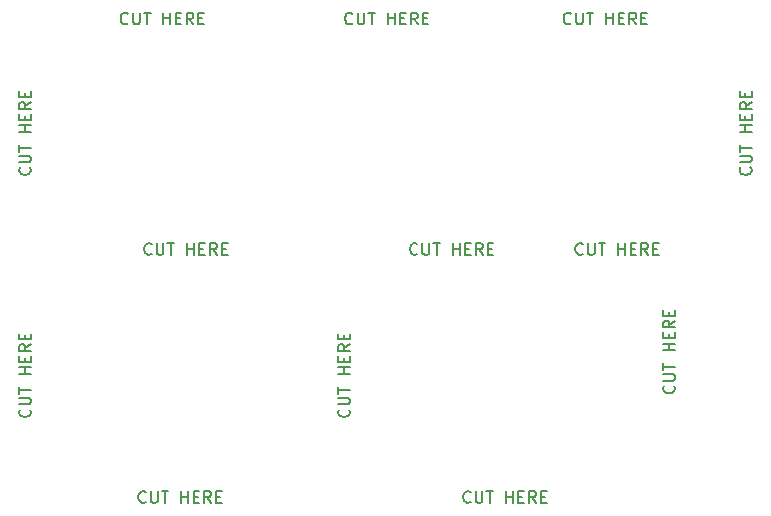
<source format=gbr>
G04 #@! TF.GenerationSoftware,KiCad,Pcbnew,(5.1.9)-1*
G04 #@! TF.CreationDate,2021-05-14T22:58:58-04:00*
G04 #@! TF.ProjectId,Scratch+Com Panelized,53637261-7463-4682-9b43-6f6d2050616e,rev?*
G04 #@! TF.SameCoordinates,Original*
G04 #@! TF.FileFunction,Other,Comment*
%FSLAX46Y46*%
G04 Gerber Fmt 4.6, Leading zero omitted, Abs format (unit mm)*
G04 Created by KiCad (PCBNEW (5.1.9)-1) date 2021-05-14 22:58:58*
%MOMM*%
%LPD*%
G01*
G04 APERTURE LIST*
%ADD10C,0.150000*%
G04 APERTURE END LIST*
D10*
X138595238Y-124357142D02*
X138547619Y-124404761D01*
X138404761Y-124452380D01*
X138309523Y-124452380D01*
X138166666Y-124404761D01*
X138071428Y-124309523D01*
X138023809Y-124214285D01*
X137976190Y-124023809D01*
X137976190Y-123880952D01*
X138023809Y-123690476D01*
X138071428Y-123595238D01*
X138166666Y-123500000D01*
X138309523Y-123452380D01*
X138404761Y-123452380D01*
X138547619Y-123500000D01*
X138595238Y-123547619D01*
X139023809Y-123452380D02*
X139023809Y-124261904D01*
X139071428Y-124357142D01*
X139119047Y-124404761D01*
X139214285Y-124452380D01*
X139404761Y-124452380D01*
X139500000Y-124404761D01*
X139547619Y-124357142D01*
X139595238Y-124261904D01*
X139595238Y-123452380D01*
X139928571Y-123452380D02*
X140500000Y-123452380D01*
X140214285Y-124452380D02*
X140214285Y-123452380D01*
X141595238Y-124452380D02*
X141595238Y-123452380D01*
X141595238Y-123928571D02*
X142166666Y-123928571D01*
X142166666Y-124452380D02*
X142166666Y-123452380D01*
X142642857Y-123928571D02*
X142976190Y-123928571D01*
X143119047Y-124452380D02*
X142642857Y-124452380D01*
X142642857Y-123452380D01*
X143119047Y-123452380D01*
X144119047Y-124452380D02*
X143785714Y-123976190D01*
X143547619Y-124452380D02*
X143547619Y-123452380D01*
X143928571Y-123452380D01*
X144023809Y-123500000D01*
X144071428Y-123547619D01*
X144119047Y-123642857D01*
X144119047Y-123785714D01*
X144071428Y-123880952D01*
X144023809Y-123928571D01*
X143928571Y-123976190D01*
X143547619Y-123976190D01*
X144547619Y-123928571D02*
X144880952Y-123928571D01*
X145023809Y-124452380D02*
X144547619Y-124452380D01*
X144547619Y-123452380D01*
X145023809Y-123452380D01*
X111095238Y-124357142D02*
X111047619Y-124404761D01*
X110904761Y-124452380D01*
X110809523Y-124452380D01*
X110666666Y-124404761D01*
X110571428Y-124309523D01*
X110523809Y-124214285D01*
X110476190Y-124023809D01*
X110476190Y-123880952D01*
X110523809Y-123690476D01*
X110571428Y-123595238D01*
X110666666Y-123500000D01*
X110809523Y-123452380D01*
X110904761Y-123452380D01*
X111047619Y-123500000D01*
X111095238Y-123547619D01*
X111523809Y-123452380D02*
X111523809Y-124261904D01*
X111571428Y-124357142D01*
X111619047Y-124404761D01*
X111714285Y-124452380D01*
X111904761Y-124452380D01*
X112000000Y-124404761D01*
X112047619Y-124357142D01*
X112095238Y-124261904D01*
X112095238Y-123452380D01*
X112428571Y-123452380D02*
X113000000Y-123452380D01*
X112714285Y-124452380D02*
X112714285Y-123452380D01*
X114095238Y-124452380D02*
X114095238Y-123452380D01*
X114095238Y-123928571D02*
X114666666Y-123928571D01*
X114666666Y-124452380D02*
X114666666Y-123452380D01*
X115142857Y-123928571D02*
X115476190Y-123928571D01*
X115619047Y-124452380D02*
X115142857Y-124452380D01*
X115142857Y-123452380D01*
X115619047Y-123452380D01*
X116619047Y-124452380D02*
X116285714Y-123976190D01*
X116047619Y-124452380D02*
X116047619Y-123452380D01*
X116428571Y-123452380D01*
X116523809Y-123500000D01*
X116571428Y-123547619D01*
X116619047Y-123642857D01*
X116619047Y-123785714D01*
X116571428Y-123880952D01*
X116523809Y-123928571D01*
X116428571Y-123976190D01*
X116047619Y-123976190D01*
X117047619Y-123928571D02*
X117380952Y-123928571D01*
X117523809Y-124452380D02*
X117047619Y-124452380D01*
X117047619Y-123452380D01*
X117523809Y-123452380D01*
X111595238Y-103357142D02*
X111547619Y-103404761D01*
X111404761Y-103452380D01*
X111309523Y-103452380D01*
X111166666Y-103404761D01*
X111071428Y-103309523D01*
X111023809Y-103214285D01*
X110976190Y-103023809D01*
X110976190Y-102880952D01*
X111023809Y-102690476D01*
X111071428Y-102595238D01*
X111166666Y-102500000D01*
X111309523Y-102452380D01*
X111404761Y-102452380D01*
X111547619Y-102500000D01*
X111595238Y-102547619D01*
X112023809Y-102452380D02*
X112023809Y-103261904D01*
X112071428Y-103357142D01*
X112119047Y-103404761D01*
X112214285Y-103452380D01*
X112404761Y-103452380D01*
X112500000Y-103404761D01*
X112547619Y-103357142D01*
X112595238Y-103261904D01*
X112595238Y-102452380D01*
X112928571Y-102452380D02*
X113500000Y-102452380D01*
X113214285Y-103452380D02*
X113214285Y-102452380D01*
X114595238Y-103452380D02*
X114595238Y-102452380D01*
X114595238Y-102928571D02*
X115166666Y-102928571D01*
X115166666Y-103452380D02*
X115166666Y-102452380D01*
X115642857Y-102928571D02*
X115976190Y-102928571D01*
X116119047Y-103452380D02*
X115642857Y-103452380D01*
X115642857Y-102452380D01*
X116119047Y-102452380D01*
X117119047Y-103452380D02*
X116785714Y-102976190D01*
X116547619Y-103452380D02*
X116547619Y-102452380D01*
X116928571Y-102452380D01*
X117023809Y-102500000D01*
X117071428Y-102547619D01*
X117119047Y-102642857D01*
X117119047Y-102785714D01*
X117071428Y-102880952D01*
X117023809Y-102928571D01*
X116928571Y-102976190D01*
X116547619Y-102976190D01*
X117547619Y-102928571D02*
X117880952Y-102928571D01*
X118023809Y-103452380D02*
X117547619Y-103452380D01*
X117547619Y-102452380D01*
X118023809Y-102452380D01*
X128287142Y-116554761D02*
X128334761Y-116602380D01*
X128382380Y-116745238D01*
X128382380Y-116840476D01*
X128334761Y-116983333D01*
X128239523Y-117078571D01*
X128144285Y-117126190D01*
X127953809Y-117173809D01*
X127810952Y-117173809D01*
X127620476Y-117126190D01*
X127525238Y-117078571D01*
X127430000Y-116983333D01*
X127382380Y-116840476D01*
X127382380Y-116745238D01*
X127430000Y-116602380D01*
X127477619Y-116554761D01*
X127382380Y-116126190D02*
X128191904Y-116126190D01*
X128287142Y-116078571D01*
X128334761Y-116030952D01*
X128382380Y-115935714D01*
X128382380Y-115745238D01*
X128334761Y-115650000D01*
X128287142Y-115602380D01*
X128191904Y-115554761D01*
X127382380Y-115554761D01*
X127382380Y-115221428D02*
X127382380Y-114650000D01*
X128382380Y-114935714D02*
X127382380Y-114935714D01*
X128382380Y-113554761D02*
X127382380Y-113554761D01*
X127858571Y-113554761D02*
X127858571Y-112983333D01*
X128382380Y-112983333D02*
X127382380Y-112983333D01*
X127858571Y-112507142D02*
X127858571Y-112173809D01*
X128382380Y-112030952D02*
X128382380Y-112507142D01*
X127382380Y-112507142D01*
X127382380Y-112030952D01*
X128382380Y-111030952D02*
X127906190Y-111364285D01*
X128382380Y-111602380D02*
X127382380Y-111602380D01*
X127382380Y-111221428D01*
X127430000Y-111126190D01*
X127477619Y-111078571D01*
X127572857Y-111030952D01*
X127715714Y-111030952D01*
X127810952Y-111078571D01*
X127858571Y-111126190D01*
X127906190Y-111221428D01*
X127906190Y-111602380D01*
X127858571Y-110602380D02*
X127858571Y-110269047D01*
X128382380Y-110126190D02*
X128382380Y-110602380D01*
X127382380Y-110602380D01*
X127382380Y-110126190D01*
X101287142Y-116554761D02*
X101334761Y-116602380D01*
X101382380Y-116745238D01*
X101382380Y-116840476D01*
X101334761Y-116983333D01*
X101239523Y-117078571D01*
X101144285Y-117126190D01*
X100953809Y-117173809D01*
X100810952Y-117173809D01*
X100620476Y-117126190D01*
X100525238Y-117078571D01*
X100430000Y-116983333D01*
X100382380Y-116840476D01*
X100382380Y-116745238D01*
X100430000Y-116602380D01*
X100477619Y-116554761D01*
X100382380Y-116126190D02*
X101191904Y-116126190D01*
X101287142Y-116078571D01*
X101334761Y-116030952D01*
X101382380Y-115935714D01*
X101382380Y-115745238D01*
X101334761Y-115650000D01*
X101287142Y-115602380D01*
X101191904Y-115554761D01*
X100382380Y-115554761D01*
X100382380Y-115221428D02*
X100382380Y-114650000D01*
X101382380Y-114935714D02*
X100382380Y-114935714D01*
X101382380Y-113554761D02*
X100382380Y-113554761D01*
X100858571Y-113554761D02*
X100858571Y-112983333D01*
X101382380Y-112983333D02*
X100382380Y-112983333D01*
X100858571Y-112507142D02*
X100858571Y-112173809D01*
X101382380Y-112030952D02*
X101382380Y-112507142D01*
X100382380Y-112507142D01*
X100382380Y-112030952D01*
X101382380Y-111030952D02*
X100906190Y-111364285D01*
X101382380Y-111602380D02*
X100382380Y-111602380D01*
X100382380Y-111221428D01*
X100430000Y-111126190D01*
X100477619Y-111078571D01*
X100572857Y-111030952D01*
X100715714Y-111030952D01*
X100810952Y-111078571D01*
X100858571Y-111126190D01*
X100906190Y-111221428D01*
X100906190Y-111602380D01*
X100858571Y-110602380D02*
X100858571Y-110269047D01*
X101382380Y-110126190D02*
X101382380Y-110602380D01*
X100382380Y-110602380D01*
X100382380Y-110126190D01*
X101287142Y-96054761D02*
X101334761Y-96102380D01*
X101382380Y-96245238D01*
X101382380Y-96340476D01*
X101334761Y-96483333D01*
X101239523Y-96578571D01*
X101144285Y-96626190D01*
X100953809Y-96673809D01*
X100810952Y-96673809D01*
X100620476Y-96626190D01*
X100525238Y-96578571D01*
X100430000Y-96483333D01*
X100382380Y-96340476D01*
X100382380Y-96245238D01*
X100430000Y-96102380D01*
X100477619Y-96054761D01*
X100382380Y-95626190D02*
X101191904Y-95626190D01*
X101287142Y-95578571D01*
X101334761Y-95530952D01*
X101382380Y-95435714D01*
X101382380Y-95245238D01*
X101334761Y-95150000D01*
X101287142Y-95102380D01*
X101191904Y-95054761D01*
X100382380Y-95054761D01*
X100382380Y-94721428D02*
X100382380Y-94150000D01*
X101382380Y-94435714D02*
X100382380Y-94435714D01*
X101382380Y-93054761D02*
X100382380Y-93054761D01*
X100858571Y-93054761D02*
X100858571Y-92483333D01*
X101382380Y-92483333D02*
X100382380Y-92483333D01*
X100858571Y-92007142D02*
X100858571Y-91673809D01*
X101382380Y-91530952D02*
X101382380Y-92007142D01*
X100382380Y-92007142D01*
X100382380Y-91530952D01*
X101382380Y-90530952D02*
X100906190Y-90864285D01*
X101382380Y-91102380D02*
X100382380Y-91102380D01*
X100382380Y-90721428D01*
X100430000Y-90626190D01*
X100477619Y-90578571D01*
X100572857Y-90530952D01*
X100715714Y-90530952D01*
X100810952Y-90578571D01*
X100858571Y-90626190D01*
X100906190Y-90721428D01*
X100906190Y-91102380D01*
X100858571Y-90102380D02*
X100858571Y-89769047D01*
X101382380Y-89626190D02*
X101382380Y-90102380D01*
X100382380Y-90102380D01*
X100382380Y-89626190D01*
X109595238Y-83857142D02*
X109547619Y-83904761D01*
X109404761Y-83952380D01*
X109309523Y-83952380D01*
X109166666Y-83904761D01*
X109071428Y-83809523D01*
X109023809Y-83714285D01*
X108976190Y-83523809D01*
X108976190Y-83380952D01*
X109023809Y-83190476D01*
X109071428Y-83095238D01*
X109166666Y-83000000D01*
X109309523Y-82952380D01*
X109404761Y-82952380D01*
X109547619Y-83000000D01*
X109595238Y-83047619D01*
X110023809Y-82952380D02*
X110023809Y-83761904D01*
X110071428Y-83857142D01*
X110119047Y-83904761D01*
X110214285Y-83952380D01*
X110404761Y-83952380D01*
X110500000Y-83904761D01*
X110547619Y-83857142D01*
X110595238Y-83761904D01*
X110595238Y-82952380D01*
X110928571Y-82952380D02*
X111500000Y-82952380D01*
X111214285Y-83952380D02*
X111214285Y-82952380D01*
X112595238Y-83952380D02*
X112595238Y-82952380D01*
X112595238Y-83428571D02*
X113166666Y-83428571D01*
X113166666Y-83952380D02*
X113166666Y-82952380D01*
X113642857Y-83428571D02*
X113976190Y-83428571D01*
X114119047Y-83952380D02*
X113642857Y-83952380D01*
X113642857Y-82952380D01*
X114119047Y-82952380D01*
X115119047Y-83952380D02*
X114785714Y-83476190D01*
X114547619Y-83952380D02*
X114547619Y-82952380D01*
X114928571Y-82952380D01*
X115023809Y-83000000D01*
X115071428Y-83047619D01*
X115119047Y-83142857D01*
X115119047Y-83285714D01*
X115071428Y-83380952D01*
X115023809Y-83428571D01*
X114928571Y-83476190D01*
X114547619Y-83476190D01*
X115547619Y-83428571D02*
X115880952Y-83428571D01*
X116023809Y-83952380D02*
X115547619Y-83952380D01*
X115547619Y-82952380D01*
X116023809Y-82952380D01*
X128595238Y-83857142D02*
X128547619Y-83904761D01*
X128404761Y-83952380D01*
X128309523Y-83952380D01*
X128166666Y-83904761D01*
X128071428Y-83809523D01*
X128023809Y-83714285D01*
X127976190Y-83523809D01*
X127976190Y-83380952D01*
X128023809Y-83190476D01*
X128071428Y-83095238D01*
X128166666Y-83000000D01*
X128309523Y-82952380D01*
X128404761Y-82952380D01*
X128547619Y-83000000D01*
X128595238Y-83047619D01*
X129023809Y-82952380D02*
X129023809Y-83761904D01*
X129071428Y-83857142D01*
X129119047Y-83904761D01*
X129214285Y-83952380D01*
X129404761Y-83952380D01*
X129500000Y-83904761D01*
X129547619Y-83857142D01*
X129595238Y-83761904D01*
X129595238Y-82952380D01*
X129928571Y-82952380D02*
X130500000Y-82952380D01*
X130214285Y-83952380D02*
X130214285Y-82952380D01*
X131595238Y-83952380D02*
X131595238Y-82952380D01*
X131595238Y-83428571D02*
X132166666Y-83428571D01*
X132166666Y-83952380D02*
X132166666Y-82952380D01*
X132642857Y-83428571D02*
X132976190Y-83428571D01*
X133119047Y-83952380D02*
X132642857Y-83952380D01*
X132642857Y-82952380D01*
X133119047Y-82952380D01*
X134119047Y-83952380D02*
X133785714Y-83476190D01*
X133547619Y-83952380D02*
X133547619Y-82952380D01*
X133928571Y-82952380D01*
X134023809Y-83000000D01*
X134071428Y-83047619D01*
X134119047Y-83142857D01*
X134119047Y-83285714D01*
X134071428Y-83380952D01*
X134023809Y-83428571D01*
X133928571Y-83476190D01*
X133547619Y-83476190D01*
X134547619Y-83428571D02*
X134880952Y-83428571D01*
X135023809Y-83952380D02*
X134547619Y-83952380D01*
X134547619Y-82952380D01*
X135023809Y-82952380D01*
X147095238Y-83857142D02*
X147047619Y-83904761D01*
X146904761Y-83952380D01*
X146809523Y-83952380D01*
X146666666Y-83904761D01*
X146571428Y-83809523D01*
X146523809Y-83714285D01*
X146476190Y-83523809D01*
X146476190Y-83380952D01*
X146523809Y-83190476D01*
X146571428Y-83095238D01*
X146666666Y-83000000D01*
X146809523Y-82952380D01*
X146904761Y-82952380D01*
X147047619Y-83000000D01*
X147095238Y-83047619D01*
X147523809Y-82952380D02*
X147523809Y-83761904D01*
X147571428Y-83857142D01*
X147619047Y-83904761D01*
X147714285Y-83952380D01*
X147904761Y-83952380D01*
X148000000Y-83904761D01*
X148047619Y-83857142D01*
X148095238Y-83761904D01*
X148095238Y-82952380D01*
X148428571Y-82952380D02*
X149000000Y-82952380D01*
X148714285Y-83952380D02*
X148714285Y-82952380D01*
X150095238Y-83952380D02*
X150095238Y-82952380D01*
X150095238Y-83428571D02*
X150666666Y-83428571D01*
X150666666Y-83952380D02*
X150666666Y-82952380D01*
X151142857Y-83428571D02*
X151476190Y-83428571D01*
X151619047Y-83952380D02*
X151142857Y-83952380D01*
X151142857Y-82952380D01*
X151619047Y-82952380D01*
X152619047Y-83952380D02*
X152285714Y-83476190D01*
X152047619Y-83952380D02*
X152047619Y-82952380D01*
X152428571Y-82952380D01*
X152523809Y-83000000D01*
X152571428Y-83047619D01*
X152619047Y-83142857D01*
X152619047Y-83285714D01*
X152571428Y-83380952D01*
X152523809Y-83428571D01*
X152428571Y-83476190D01*
X152047619Y-83476190D01*
X153047619Y-83428571D02*
X153380952Y-83428571D01*
X153523809Y-83952380D02*
X153047619Y-83952380D01*
X153047619Y-82952380D01*
X153523809Y-82952380D01*
X162287142Y-96054761D02*
X162334761Y-96102380D01*
X162382380Y-96245238D01*
X162382380Y-96340476D01*
X162334761Y-96483333D01*
X162239523Y-96578571D01*
X162144285Y-96626190D01*
X161953809Y-96673809D01*
X161810952Y-96673809D01*
X161620476Y-96626190D01*
X161525238Y-96578571D01*
X161430000Y-96483333D01*
X161382380Y-96340476D01*
X161382380Y-96245238D01*
X161430000Y-96102380D01*
X161477619Y-96054761D01*
X161382380Y-95626190D02*
X162191904Y-95626190D01*
X162287142Y-95578571D01*
X162334761Y-95530952D01*
X162382380Y-95435714D01*
X162382380Y-95245238D01*
X162334761Y-95150000D01*
X162287142Y-95102380D01*
X162191904Y-95054761D01*
X161382380Y-95054761D01*
X161382380Y-94721428D02*
X161382380Y-94150000D01*
X162382380Y-94435714D02*
X161382380Y-94435714D01*
X162382380Y-93054761D02*
X161382380Y-93054761D01*
X161858571Y-93054761D02*
X161858571Y-92483333D01*
X162382380Y-92483333D02*
X161382380Y-92483333D01*
X161858571Y-92007142D02*
X161858571Y-91673809D01*
X162382380Y-91530952D02*
X162382380Y-92007142D01*
X161382380Y-92007142D01*
X161382380Y-91530952D01*
X162382380Y-90530952D02*
X161906190Y-90864285D01*
X162382380Y-91102380D02*
X161382380Y-91102380D01*
X161382380Y-90721428D01*
X161430000Y-90626190D01*
X161477619Y-90578571D01*
X161572857Y-90530952D01*
X161715714Y-90530952D01*
X161810952Y-90578571D01*
X161858571Y-90626190D01*
X161906190Y-90721428D01*
X161906190Y-91102380D01*
X161858571Y-90102380D02*
X161858571Y-89769047D01*
X162382380Y-89626190D02*
X162382380Y-90102380D01*
X161382380Y-90102380D01*
X161382380Y-89626190D01*
X155787142Y-114554761D02*
X155834761Y-114602380D01*
X155882380Y-114745238D01*
X155882380Y-114840476D01*
X155834761Y-114983333D01*
X155739523Y-115078571D01*
X155644285Y-115126190D01*
X155453809Y-115173809D01*
X155310952Y-115173809D01*
X155120476Y-115126190D01*
X155025238Y-115078571D01*
X154930000Y-114983333D01*
X154882380Y-114840476D01*
X154882380Y-114745238D01*
X154930000Y-114602380D01*
X154977619Y-114554761D01*
X154882380Y-114126190D02*
X155691904Y-114126190D01*
X155787142Y-114078571D01*
X155834761Y-114030952D01*
X155882380Y-113935714D01*
X155882380Y-113745238D01*
X155834761Y-113650000D01*
X155787142Y-113602380D01*
X155691904Y-113554761D01*
X154882380Y-113554761D01*
X154882380Y-113221428D02*
X154882380Y-112650000D01*
X155882380Y-112935714D02*
X154882380Y-112935714D01*
X155882380Y-111554761D02*
X154882380Y-111554761D01*
X155358571Y-111554761D02*
X155358571Y-110983333D01*
X155882380Y-110983333D02*
X154882380Y-110983333D01*
X155358571Y-110507142D02*
X155358571Y-110173809D01*
X155882380Y-110030952D02*
X155882380Y-110507142D01*
X154882380Y-110507142D01*
X154882380Y-110030952D01*
X155882380Y-109030952D02*
X155406190Y-109364285D01*
X155882380Y-109602380D02*
X154882380Y-109602380D01*
X154882380Y-109221428D01*
X154930000Y-109126190D01*
X154977619Y-109078571D01*
X155072857Y-109030952D01*
X155215714Y-109030952D01*
X155310952Y-109078571D01*
X155358571Y-109126190D01*
X155406190Y-109221428D01*
X155406190Y-109602380D01*
X155358571Y-108602380D02*
X155358571Y-108269047D01*
X155882380Y-108126190D02*
X155882380Y-108602380D01*
X154882380Y-108602380D01*
X154882380Y-108126190D01*
X148095238Y-103357142D02*
X148047619Y-103404761D01*
X147904761Y-103452380D01*
X147809523Y-103452380D01*
X147666666Y-103404761D01*
X147571428Y-103309523D01*
X147523809Y-103214285D01*
X147476190Y-103023809D01*
X147476190Y-102880952D01*
X147523809Y-102690476D01*
X147571428Y-102595238D01*
X147666666Y-102500000D01*
X147809523Y-102452380D01*
X147904761Y-102452380D01*
X148047619Y-102500000D01*
X148095238Y-102547619D01*
X148523809Y-102452380D02*
X148523809Y-103261904D01*
X148571428Y-103357142D01*
X148619047Y-103404761D01*
X148714285Y-103452380D01*
X148904761Y-103452380D01*
X149000000Y-103404761D01*
X149047619Y-103357142D01*
X149095238Y-103261904D01*
X149095238Y-102452380D01*
X149428571Y-102452380D02*
X150000000Y-102452380D01*
X149714285Y-103452380D02*
X149714285Y-102452380D01*
X151095238Y-103452380D02*
X151095238Y-102452380D01*
X151095238Y-102928571D02*
X151666666Y-102928571D01*
X151666666Y-103452380D02*
X151666666Y-102452380D01*
X152142857Y-102928571D02*
X152476190Y-102928571D01*
X152619047Y-103452380D02*
X152142857Y-103452380D01*
X152142857Y-102452380D01*
X152619047Y-102452380D01*
X153619047Y-103452380D02*
X153285714Y-102976190D01*
X153047619Y-103452380D02*
X153047619Y-102452380D01*
X153428571Y-102452380D01*
X153523809Y-102500000D01*
X153571428Y-102547619D01*
X153619047Y-102642857D01*
X153619047Y-102785714D01*
X153571428Y-102880952D01*
X153523809Y-102928571D01*
X153428571Y-102976190D01*
X153047619Y-102976190D01*
X154047619Y-102928571D02*
X154380952Y-102928571D01*
X154523809Y-103452380D02*
X154047619Y-103452380D01*
X154047619Y-102452380D01*
X154523809Y-102452380D01*
X134095238Y-103357142D02*
X134047619Y-103404761D01*
X133904761Y-103452380D01*
X133809523Y-103452380D01*
X133666666Y-103404761D01*
X133571428Y-103309523D01*
X133523809Y-103214285D01*
X133476190Y-103023809D01*
X133476190Y-102880952D01*
X133523809Y-102690476D01*
X133571428Y-102595238D01*
X133666666Y-102500000D01*
X133809523Y-102452380D01*
X133904761Y-102452380D01*
X134047619Y-102500000D01*
X134095238Y-102547619D01*
X134523809Y-102452380D02*
X134523809Y-103261904D01*
X134571428Y-103357142D01*
X134619047Y-103404761D01*
X134714285Y-103452380D01*
X134904761Y-103452380D01*
X135000000Y-103404761D01*
X135047619Y-103357142D01*
X135095238Y-103261904D01*
X135095238Y-102452380D01*
X135428571Y-102452380D02*
X136000000Y-102452380D01*
X135714285Y-103452380D02*
X135714285Y-102452380D01*
X137095238Y-103452380D02*
X137095238Y-102452380D01*
X137095238Y-102928571D02*
X137666666Y-102928571D01*
X137666666Y-103452380D02*
X137666666Y-102452380D01*
X138142857Y-102928571D02*
X138476190Y-102928571D01*
X138619047Y-103452380D02*
X138142857Y-103452380D01*
X138142857Y-102452380D01*
X138619047Y-102452380D01*
X139619047Y-103452380D02*
X139285714Y-102976190D01*
X139047619Y-103452380D02*
X139047619Y-102452380D01*
X139428571Y-102452380D01*
X139523809Y-102500000D01*
X139571428Y-102547619D01*
X139619047Y-102642857D01*
X139619047Y-102785714D01*
X139571428Y-102880952D01*
X139523809Y-102928571D01*
X139428571Y-102976190D01*
X139047619Y-102976190D01*
X140047619Y-102928571D02*
X140380952Y-102928571D01*
X140523809Y-103452380D02*
X140047619Y-103452380D01*
X140047619Y-102452380D01*
X140523809Y-102452380D01*
M02*

</source>
